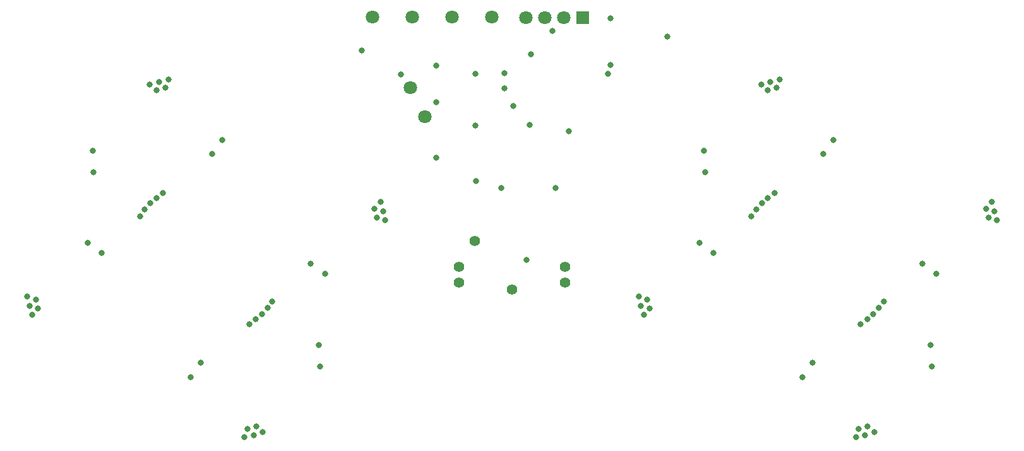
<source format=gbs>
G04 Layer_Color=16711935*
%FSLAX44Y44*%
%MOMM*%
G71*
G01*
G75*
%ADD91C,1.8032*%
%ADD92R,1.8032X1.8032*%
%ADD93C,0.8032*%
%ADD94C,1.4032*%
D91*
X616234Y663617D02*
D03*
X768900Y662970D02*
D03*
X794300Y662970D02*
D03*
X819700Y662970D02*
D03*
X723000Y663617D02*
D03*
X632925Y530000D02*
D03*
X613250Y568895D02*
D03*
X562851Y663617D02*
D03*
X669617D02*
D03*
D92*
X845100Y662970D02*
D03*
D93*
X882000Y662500D02*
D03*
X807965Y434965D02*
D03*
X740000Y568000D02*
D03*
Y588427D02*
D03*
X934294Y273143D02*
D03*
X931105Y285047D02*
D03*
X926611Y264167D02*
D03*
X919963Y288979D02*
D03*
X922962Y276486D02*
D03*
X548026Y619000D02*
D03*
X648396Y475506D02*
D03*
Y549383D02*
D03*
X701500Y443808D02*
D03*
X701000Y518302D02*
D03*
X600953Y587302D02*
D03*
X648396Y599000D02*
D03*
X701000Y588000D02*
D03*
X804000Y645000D02*
D03*
X769540Y338000D02*
D03*
X735750Y434965D02*
D03*
X414529Y265471D02*
D03*
X406330Y258089D02*
D03*
X421911Y273670D02*
D03*
X397405Y251604D02*
D03*
X428396Y282595D02*
D03*
X257435Y405705D02*
D03*
X273016Y421286D02*
D03*
X276486Y577038D02*
D03*
X288979Y580037D02*
D03*
X264167Y573389D02*
D03*
X273143Y565706D02*
D03*
X285047Y568895D02*
D03*
X102962Y276486D02*
D03*
X99963Y288979D02*
D03*
X106611Y264167D02*
D03*
X111104Y285047D02*
D03*
X114294Y273143D02*
D03*
X577038Y403514D02*
D03*
X573389Y415833D02*
D03*
X580037Y391021D02*
D03*
X565706Y406857D02*
D03*
X568895Y394953D02*
D03*
X403514Y102962D02*
D03*
X415833Y106611D02*
D03*
X391021Y99963D02*
D03*
X394953Y111104D02*
D03*
X406857Y114294D02*
D03*
X188946Y455908D02*
D03*
X187381Y484830D02*
D03*
X264817Y413904D02*
D03*
X281941Y427771D02*
D03*
X250950Y396780D02*
D03*
X492618Y195171D02*
D03*
X491054Y224092D02*
D03*
X180972Y360936D02*
D03*
X199793Y347348D02*
D03*
X480207Y332652D02*
D03*
X499027Y319064D02*
D03*
X347348Y480208D02*
D03*
X360936Y499028D02*
D03*
X332652Y199793D02*
D03*
X319064Y180972D02*
D03*
X1139064Y180972D02*
D03*
X1152652Y199792D02*
D03*
X1180936Y499027D02*
D03*
X1167348Y480207D02*
D03*
X1319028Y319063D02*
D03*
X1300207Y332652D02*
D03*
X1019793Y347347D02*
D03*
X1000973Y360936D02*
D03*
X1311054Y224092D02*
D03*
X1312619Y195170D02*
D03*
X1070950Y396780D02*
D03*
X1101941Y427770D02*
D03*
X1007382Y484829D02*
D03*
X1008946Y455908D02*
D03*
X1226857Y114294D02*
D03*
X1214953Y111104D02*
D03*
X1211021Y99963D02*
D03*
X1235833Y106611D02*
D03*
X1223514Y102962D02*
D03*
X1388895Y394953D02*
D03*
X1385706Y406857D02*
D03*
X1400037Y391021D02*
D03*
X1393389Y415832D02*
D03*
X1397038Y403514D02*
D03*
X1105047Y568895D02*
D03*
X1093143Y565705D02*
D03*
X1084167Y573388D02*
D03*
X1108979Y580037D02*
D03*
X1096486Y577037D02*
D03*
X1093016Y421286D02*
D03*
X1248396Y282595D02*
D03*
X1217405Y251604D02*
D03*
X1241911Y273669D02*
D03*
X1226330Y258088D02*
D03*
X1234529Y265471D02*
D03*
X751250Y544750D02*
D03*
X826250Y510750D02*
D03*
X882000Y599750D02*
D03*
X879000Y588000D02*
D03*
X957924Y637439D02*
D03*
X775000Y614500D02*
D03*
X774000Y519000D02*
D03*
X1077435Y405705D02*
D03*
X1084817Y413904D02*
D03*
D94*
X750000Y298500D02*
D03*
X678750Y328950D02*
D03*
Y307950D02*
D03*
X821250Y308000D02*
D03*
Y329000D02*
D03*
X700000Y363465D02*
D03*
M02*

</source>
